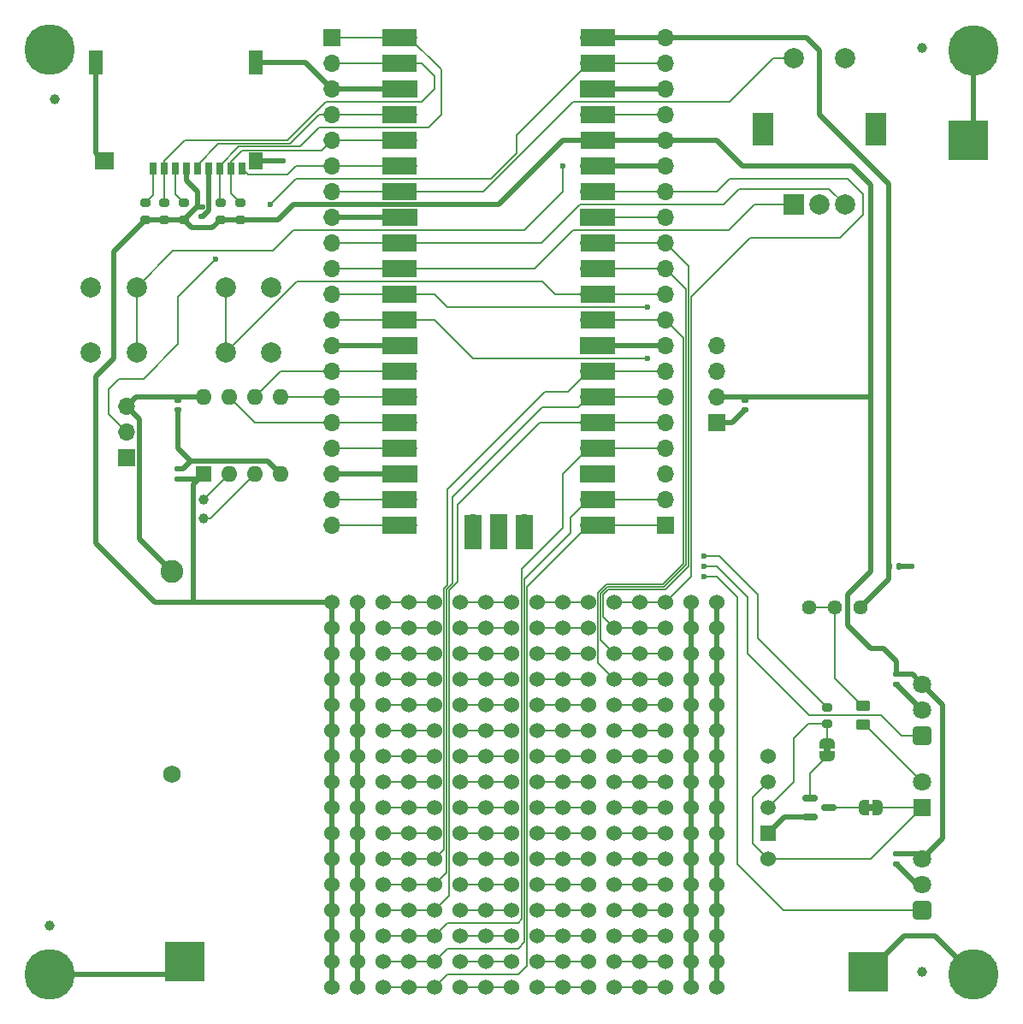
<source format=gtl>
G04 #@! TF.GenerationSoftware,KiCad,Pcbnew,(6.0.10)*
G04 #@! TF.CreationDate,2023-01-30T13:48:55-05:00*
G04 #@! TF.ProjectId,door_counter_circuit,646f6f72-5f63-46f7-956e-7465725f6369,rev?*
G04 #@! TF.SameCoordinates,Original*
G04 #@! TF.FileFunction,Copper,L1,Top*
G04 #@! TF.FilePolarity,Positive*
%FSLAX46Y46*%
G04 Gerber Fmt 4.6, Leading zero omitted, Abs format (unit mm)*
G04 Created by KiCad (PCBNEW (6.0.10)) date 2023-01-30 13:48:55*
%MOMM*%
%LPD*%
G01*
G04 APERTURE LIST*
G04 Aperture macros list*
%AMRoundRect*
0 Rectangle with rounded corners*
0 $1 Rounding radius*
0 $2 $3 $4 $5 $6 $7 $8 $9 X,Y pos of 4 corners*
0 Add a 4 corners polygon primitive as box body*
4,1,4,$2,$3,$4,$5,$6,$7,$8,$9,$2,$3,0*
0 Add four circle primitives for the rounded corners*
1,1,$1+$1,$2,$3*
1,1,$1+$1,$4,$5*
1,1,$1+$1,$6,$7*
1,1,$1+$1,$8,$9*
0 Add four rect primitives between the rounded corners*
20,1,$1+$1,$2,$3,$4,$5,0*
20,1,$1+$1,$4,$5,$6,$7,0*
20,1,$1+$1,$6,$7,$8,$9,0*
20,1,$1+$1,$8,$9,$2,$3,0*%
%AMFreePoly0*
4,1,22,0.500000,-0.750000,0.000000,-0.750000,0.000000,-0.745033,-0.079941,-0.743568,-0.215256,-0.701293,-0.333266,-0.622738,-0.424486,-0.514219,-0.481581,-0.384460,-0.499164,-0.250000,-0.500000,-0.250000,-0.500000,0.250000,-0.499164,0.250000,-0.499963,0.256109,-0.478152,0.396186,-0.417904,0.524511,-0.324060,0.630769,-0.204165,0.706417,-0.067858,0.745374,0.000000,0.744959,0.000000,0.750000,
0.500000,0.750000,0.500000,-0.750000,0.500000,-0.750000,$1*%
%AMFreePoly1*
4,1,20,0.000000,0.744959,0.073905,0.744508,0.209726,0.703889,0.328688,0.626782,0.421226,0.519385,0.479903,0.390333,0.500000,0.250000,0.500000,-0.250000,0.499851,-0.262216,0.476331,-0.402017,0.414519,-0.529596,0.319384,-0.634700,0.198574,-0.708877,0.061801,-0.746166,0.000000,-0.745033,0.000000,-0.750000,-0.500000,-0.750000,-0.500000,0.750000,0.000000,0.750000,0.000000,0.744959,
0.000000,0.744959,$1*%
G04 Aperture macros list end*
G04 #@! TA.AperFunction,SMDPad,CuDef*
%ADD10R,4.000000X4.000000*%
G04 #@! TD*
G04 #@! TA.AperFunction,SMDPad,CuDef*
%ADD11C,1.000000*%
G04 #@! TD*
G04 #@! TA.AperFunction,SMDPad,CuDef*
%ADD12RoundRect,0.250000X-0.450000X0.262500X-0.450000X-0.262500X0.450000X-0.262500X0.450000X0.262500X0*%
G04 #@! TD*
G04 #@! TA.AperFunction,SMDPad,CuDef*
%ADD13RoundRect,0.140000X-0.170000X0.140000X-0.170000X-0.140000X0.170000X-0.140000X0.170000X0.140000X0*%
G04 #@! TD*
G04 #@! TA.AperFunction,SMDPad,CuDef*
%ADD14R,0.700000X1.300000*%
G04 #@! TD*
G04 #@! TA.AperFunction,SMDPad,CuDef*
%ADD15R,1.447800X1.651000*%
G04 #@! TD*
G04 #@! TA.AperFunction,SMDPad,CuDef*
%ADD16R,1.447800X2.438400*%
G04 #@! TD*
G04 #@! TA.AperFunction,SMDPad,CuDef*
%ADD17R,1.854200X1.651000*%
G04 #@! TD*
G04 #@! TA.AperFunction,ComponentPad*
%ADD18C,2.250000*%
G04 #@! TD*
G04 #@! TA.AperFunction,ComponentPad*
%ADD19C,1.755000*%
G04 #@! TD*
G04 #@! TA.AperFunction,SMDPad,CuDef*
%ADD20RoundRect,0.140000X-0.140000X-0.170000X0.140000X-0.170000X0.140000X0.170000X-0.140000X0.170000X0*%
G04 #@! TD*
G04 #@! TA.AperFunction,SMDPad,CuDef*
%ADD21RoundRect,0.200000X0.275000X-0.200000X0.275000X0.200000X-0.275000X0.200000X-0.275000X-0.200000X0*%
G04 #@! TD*
G04 #@! TA.AperFunction,ComponentPad*
%ADD22C,5.000000*%
G04 #@! TD*
G04 #@! TA.AperFunction,ComponentPad*
%ADD23C,0.800000*%
G04 #@! TD*
G04 #@! TA.AperFunction,ComponentPad*
%ADD24RoundRect,0.248400X0.651600X-0.651600X0.651600X0.651600X-0.651600X0.651600X-0.651600X-0.651600X0*%
G04 #@! TD*
G04 #@! TA.AperFunction,ComponentPad*
%ADD25C,1.800000*%
G04 #@! TD*
G04 #@! TA.AperFunction,ComponentPad*
%ADD26C,2.000000*%
G04 #@! TD*
G04 #@! TA.AperFunction,ComponentPad*
%ADD27R,1.700000X1.700000*%
G04 #@! TD*
G04 #@! TA.AperFunction,ComponentPad*
%ADD28O,1.700000X1.700000*%
G04 #@! TD*
G04 #@! TA.AperFunction,ComponentPad*
%ADD29R,1.500000X1.500000*%
G04 #@! TD*
G04 #@! TA.AperFunction,ComponentPad*
%ADD30C,1.500000*%
G04 #@! TD*
G04 #@! TA.AperFunction,ComponentPad*
%ADD31C,1.524000*%
G04 #@! TD*
G04 #@! TA.AperFunction,SMDPad,CuDef*
%ADD32RoundRect,0.200000X-0.275000X0.200000X-0.275000X-0.200000X0.275000X-0.200000X0.275000X0.200000X0*%
G04 #@! TD*
G04 #@! TA.AperFunction,ComponentPad*
%ADD33C,1.000000*%
G04 #@! TD*
G04 #@! TA.AperFunction,SMDPad,CuDef*
%ADD34RoundRect,0.150000X-0.587500X-0.150000X0.587500X-0.150000X0.587500X0.150000X-0.587500X0.150000X0*%
G04 #@! TD*
G04 #@! TA.AperFunction,SMDPad,CuDef*
%ADD35FreePoly0,0.000000*%
G04 #@! TD*
G04 #@! TA.AperFunction,SMDPad,CuDef*
%ADD36FreePoly1,0.000000*%
G04 #@! TD*
G04 #@! TA.AperFunction,ComponentPad*
%ADD37R,1.600000X1.600000*%
G04 #@! TD*
G04 #@! TA.AperFunction,ComponentPad*
%ADD38O,1.600000X1.600000*%
G04 #@! TD*
G04 #@! TA.AperFunction,ComponentPad*
%ADD39R,1.800000X1.800000*%
G04 #@! TD*
G04 #@! TA.AperFunction,SMDPad,CuDef*
%ADD40R,3.500000X1.700000*%
G04 #@! TD*
G04 #@! TA.AperFunction,SMDPad,CuDef*
%ADD41R,1.700000X3.500000*%
G04 #@! TD*
G04 #@! TA.AperFunction,SMDPad,CuDef*
%ADD42FreePoly0,270.000000*%
G04 #@! TD*
G04 #@! TA.AperFunction,SMDPad,CuDef*
%ADD43FreePoly1,270.000000*%
G04 #@! TD*
G04 #@! TA.AperFunction,ComponentPad*
%ADD44C,1.440000*%
G04 #@! TD*
G04 #@! TA.AperFunction,ComponentPad*
%ADD45R,2.000000X2.000000*%
G04 #@! TD*
G04 #@! TA.AperFunction,ComponentPad*
%ADD46R,2.000000X3.200000*%
G04 #@! TD*
G04 #@! TA.AperFunction,ViaPad*
%ADD47C,0.600000*%
G04 #@! TD*
G04 #@! TA.AperFunction,Conductor*
%ADD48C,0.127000*%
G04 #@! TD*
G04 #@! TA.AperFunction,Conductor*
%ADD49C,0.508000*%
G04 #@! TD*
G04 APERTURE END LIST*
G36*
X157730000Y-129840000D02*
G01*
X157230000Y-129840000D01*
X157230000Y-129240000D01*
X157730000Y-129240000D01*
X157730000Y-129840000D01*
G37*
G36*
X153462000Y-124060000D02*
G01*
X152862000Y-124060000D01*
X152862000Y-123560000D01*
X153462000Y-123560000D01*
X153462000Y-124060000D01*
G37*
D10*
X89580000Y-144780000D03*
X157226000Y-145796000D03*
X167132000Y-63500000D03*
D11*
X162560000Y-145796000D03*
X162560000Y-54356000D03*
X76200000Y-141224000D03*
X76708000Y-59436000D03*
D12*
X156718000Y-119483500D03*
X156718000Y-121308500D03*
D13*
X91276000Y-70117492D03*
X91276000Y-71077492D03*
D14*
X86416200Y-66284800D03*
X87516200Y-66284800D03*
X88616200Y-66284800D03*
X89716200Y-66284800D03*
X90816200Y-66284800D03*
X91916200Y-66284800D03*
X93016200Y-66284800D03*
X94116200Y-66284800D03*
X95216200Y-66284800D03*
D15*
X96634600Y-65511000D03*
D16*
X96634600Y-55811000D03*
X80809800Y-55811000D03*
D17*
X81584800Y-65511000D03*
D18*
X88265000Y-106205000D03*
D19*
X88265000Y-126205000D03*
D13*
X160020000Y-134140000D03*
X160020000Y-135100000D03*
D20*
X159314000Y-105664000D03*
X160274000Y-105664000D03*
D21*
X89471000Y-71366000D03*
X89471000Y-69716000D03*
D22*
X167640000Y-54610000D03*
D23*
X169515000Y-54610000D03*
X165765000Y-54610000D03*
X166314175Y-55935825D03*
X167640000Y-52735000D03*
X168965825Y-53284175D03*
X166314175Y-53284175D03*
X168965825Y-55935825D03*
X167640000Y-56485000D03*
X167640000Y-144175000D03*
X166314175Y-144724175D03*
X168965825Y-147375825D03*
X165765000Y-146050000D03*
D22*
X167640000Y-146050000D03*
D23*
X166314175Y-147375825D03*
X167640000Y-147925000D03*
X168965825Y-144724175D03*
X169515000Y-146050000D03*
D21*
X87566000Y-71366000D03*
X87566000Y-69716000D03*
D24*
X162560000Y-122400000D03*
D25*
X162560000Y-119860000D03*
X162560000Y-117320000D03*
D13*
X88900000Y-96040000D03*
X88900000Y-97000000D03*
D26*
X93635000Y-84530000D03*
X93635000Y-78030000D03*
X98135000Y-78030000D03*
X98135000Y-84530000D03*
D27*
X83820000Y-94942500D03*
D28*
X83820000Y-92402500D03*
X83820000Y-89862500D03*
D27*
X104140000Y-53340000D03*
D28*
X104140000Y-55880000D03*
X104140000Y-58420000D03*
X104140000Y-60960000D03*
X104140000Y-63500000D03*
X104140000Y-66040000D03*
X104140000Y-68580000D03*
X104140000Y-71120000D03*
X104140000Y-73660000D03*
X104140000Y-76200000D03*
X104140000Y-78740000D03*
X104140000Y-81280000D03*
X104140000Y-83820000D03*
X104140000Y-86360000D03*
X104140000Y-88900000D03*
X104140000Y-91440000D03*
X104140000Y-93980000D03*
X104140000Y-96520000D03*
X104140000Y-99060000D03*
X104140000Y-101600000D03*
D29*
X147320000Y-132080000D03*
D30*
X147320000Y-129540000D03*
X147320000Y-127000000D03*
D31*
X147320000Y-124460000D03*
X147320000Y-134620000D03*
D13*
X88900000Y-89210000D03*
X88900000Y-90170000D03*
D27*
X137160000Y-101600000D03*
D28*
X137160000Y-99060000D03*
X137160000Y-96520000D03*
X137160000Y-93980000D03*
X137160000Y-91440000D03*
X137160000Y-88900000D03*
X137160000Y-86360000D03*
X137160000Y-83820000D03*
X137160000Y-81280000D03*
X137160000Y-78740000D03*
X137160000Y-76200000D03*
X137160000Y-73660000D03*
X137160000Y-71120000D03*
X137160000Y-68580000D03*
X137160000Y-66040000D03*
X137160000Y-63500000D03*
X137160000Y-60960000D03*
X137160000Y-58420000D03*
X137160000Y-55880000D03*
X137160000Y-53340000D03*
D22*
X76200000Y-146050000D03*
D23*
X74874175Y-144724175D03*
X78075000Y-146050000D03*
X74874175Y-147375825D03*
X74325000Y-146050000D03*
X77525825Y-144724175D03*
X76200000Y-144175000D03*
X77525825Y-147375825D03*
X76200000Y-147925000D03*
D32*
X153162000Y-119634000D03*
X153162000Y-121284000D03*
D33*
X91440000Y-100960000D03*
X91440000Y-99060000D03*
D31*
X104140000Y-147320000D03*
X106680000Y-147320000D03*
X109220000Y-147320000D03*
X111760000Y-147320000D03*
X114300000Y-147320000D03*
X116840000Y-147320000D03*
X119380000Y-147320000D03*
X121920000Y-147320000D03*
X124460000Y-147320000D03*
X127000000Y-147320000D03*
X129540000Y-147320000D03*
X132080000Y-147320000D03*
X134620000Y-147320000D03*
X137160000Y-147320000D03*
X139700000Y-147320000D03*
X142240000Y-147320000D03*
X104140000Y-144780000D03*
X106680000Y-144780000D03*
X109220000Y-144780000D03*
X111760000Y-144780000D03*
X114300000Y-144780000D03*
X116840000Y-144780000D03*
X119380000Y-144780000D03*
X121920000Y-144780000D03*
X124460000Y-144780000D03*
X127000000Y-144780000D03*
X129540000Y-144780000D03*
X132080000Y-144780000D03*
X134620000Y-144780000D03*
X137160000Y-144780000D03*
X139700000Y-144780000D03*
X142240000Y-144780000D03*
X104140000Y-142240000D03*
X106680000Y-142240000D03*
X109220000Y-142240000D03*
X111760000Y-142240000D03*
X114300000Y-142240000D03*
X116840000Y-142240000D03*
X119380000Y-142240000D03*
X121920000Y-142240000D03*
X124460000Y-142240000D03*
X127000000Y-142240000D03*
X129540000Y-142240000D03*
X132080000Y-142240000D03*
X134620000Y-142240000D03*
X137160000Y-142240000D03*
X139700000Y-142240000D03*
X142240000Y-142240000D03*
X104140000Y-139700000D03*
X106680000Y-139700000D03*
X109220000Y-139700000D03*
X111760000Y-139700000D03*
X114300000Y-139700000D03*
X116840000Y-139700000D03*
X119380000Y-139700000D03*
X121920000Y-139700000D03*
X124460000Y-139700000D03*
X127000000Y-139700000D03*
X129540000Y-139700000D03*
X132080000Y-139700000D03*
X134620000Y-139700000D03*
X137160000Y-139700000D03*
X139700000Y-139700000D03*
X142240000Y-139700000D03*
X104140000Y-137160000D03*
X106680000Y-137160000D03*
X109220000Y-137160000D03*
X111760000Y-137160000D03*
X114300000Y-137160000D03*
X116840000Y-137160000D03*
X119380000Y-137160000D03*
X121920000Y-137160000D03*
X124460000Y-137160000D03*
X127000000Y-137160000D03*
X129540000Y-137160000D03*
X132080000Y-137160000D03*
X134620000Y-137160000D03*
X137160000Y-137160000D03*
X139700000Y-137160000D03*
X142240000Y-137160000D03*
X104140000Y-134620000D03*
X106680000Y-134620000D03*
X109220000Y-134620000D03*
X111760000Y-134620000D03*
X114300000Y-134620000D03*
X116840000Y-134620000D03*
X119380000Y-134620000D03*
X121920000Y-134620000D03*
X124460000Y-134620000D03*
X127000000Y-134620000D03*
X129540000Y-134620000D03*
X132080000Y-134620000D03*
X134620000Y-134620000D03*
X137160000Y-134620000D03*
X139700000Y-134620000D03*
X142240000Y-134620000D03*
X104140000Y-132080000D03*
X106680000Y-132080000D03*
X109220000Y-132080000D03*
X111760000Y-132080000D03*
X114300000Y-132080000D03*
X116840000Y-132080000D03*
X119380000Y-132080000D03*
X121920000Y-132080000D03*
X124460000Y-132080000D03*
X127000000Y-132080000D03*
X129540000Y-132080000D03*
X132080000Y-132080000D03*
X134620000Y-132080000D03*
X137160000Y-132080000D03*
X139700000Y-132080000D03*
X142240000Y-132080000D03*
X104140000Y-129540000D03*
X106680000Y-129540000D03*
X109220000Y-129540000D03*
X111760000Y-129540000D03*
X114300000Y-129540000D03*
X116840000Y-129540000D03*
X119380000Y-129540000D03*
X121920000Y-129540000D03*
X124460000Y-129540000D03*
X127000000Y-129540000D03*
X129540000Y-129540000D03*
X132080000Y-129540000D03*
X134620000Y-129540000D03*
X137160000Y-129540000D03*
X139700000Y-129540000D03*
X142240000Y-129540000D03*
X104140000Y-127000000D03*
X106680000Y-127000000D03*
X109220000Y-127000000D03*
X111760000Y-127000000D03*
X114300000Y-127000000D03*
X116840000Y-127000000D03*
X119380000Y-127000000D03*
X121920000Y-127000000D03*
X124460000Y-127000000D03*
X127000000Y-127000000D03*
X129540000Y-127000000D03*
X132080000Y-127000000D03*
X134620000Y-127000000D03*
X137160000Y-127000000D03*
X139700000Y-127000000D03*
X142240000Y-127000000D03*
X104140000Y-124460000D03*
X106680000Y-124460000D03*
X109220000Y-124460000D03*
X111760000Y-124460000D03*
X114300000Y-124460000D03*
X116840000Y-124460000D03*
X119380000Y-124460000D03*
X121920000Y-124460000D03*
X124460000Y-124460000D03*
X127000000Y-124460000D03*
X129540000Y-124460000D03*
X132080000Y-124460000D03*
X134620000Y-124460000D03*
X137160000Y-124460000D03*
X139700000Y-124460000D03*
X142240000Y-124460000D03*
X104140000Y-121920000D03*
X106680000Y-121920000D03*
X109220000Y-121920000D03*
X111760000Y-121920000D03*
X114300000Y-121920000D03*
X116840000Y-121920000D03*
X119380000Y-121920000D03*
X121920000Y-121920000D03*
X124460000Y-121920000D03*
X127000000Y-121920000D03*
X129540000Y-121920000D03*
X132080000Y-121920000D03*
X134620000Y-121920000D03*
X137160000Y-121920000D03*
X139700000Y-121920000D03*
X142240000Y-121920000D03*
X104140000Y-119380000D03*
X106680000Y-119380000D03*
X109220000Y-119380000D03*
X111760000Y-119380000D03*
X114300000Y-119380000D03*
X116840000Y-119380000D03*
X119380000Y-119380000D03*
X121920000Y-119380000D03*
X124460000Y-119380000D03*
X127000000Y-119380000D03*
X129540000Y-119380000D03*
X132080000Y-119380000D03*
X134620000Y-119380000D03*
X137160000Y-119380000D03*
X139700000Y-119380000D03*
X142240000Y-119380000D03*
X104140000Y-116840000D03*
X106680000Y-116840000D03*
X109220000Y-116840000D03*
X111760000Y-116840000D03*
X114300000Y-116840000D03*
X116840000Y-116840000D03*
X119380000Y-116840000D03*
X121920000Y-116840000D03*
X124460000Y-116840000D03*
X127000000Y-116840000D03*
X129540000Y-116840000D03*
X132080000Y-116840000D03*
X134620000Y-116840000D03*
X137160000Y-116840000D03*
X139700000Y-116840000D03*
X142240000Y-116840000D03*
X104140000Y-114300000D03*
X106680000Y-114300000D03*
X109220000Y-114300000D03*
X111760000Y-114300000D03*
X114300000Y-114300000D03*
X116840000Y-114300000D03*
X119380000Y-114300000D03*
X121920000Y-114300000D03*
X124460000Y-114300000D03*
X127000000Y-114300000D03*
X129540000Y-114300000D03*
X132080000Y-114300000D03*
X134620000Y-114300000D03*
X137160000Y-114300000D03*
X139700000Y-114300000D03*
X142240000Y-114300000D03*
X104140000Y-111760000D03*
X106680000Y-111760000D03*
X109220000Y-111760000D03*
X111760000Y-111760000D03*
X114300000Y-111760000D03*
X116840000Y-111760000D03*
X119380000Y-111760000D03*
X121920000Y-111760000D03*
X124460000Y-111760000D03*
X127000000Y-111760000D03*
X129540000Y-111760000D03*
X132080000Y-111760000D03*
X134620000Y-111760000D03*
X137160000Y-111760000D03*
X139700000Y-111760000D03*
X142240000Y-111760000D03*
X104140000Y-109220000D03*
X106680000Y-109220000D03*
X109220000Y-109220000D03*
X111760000Y-109220000D03*
X114300000Y-109220000D03*
X116840000Y-109220000D03*
X119380000Y-109220000D03*
X121920000Y-109220000D03*
X124460000Y-109220000D03*
X127000000Y-109220000D03*
X129540000Y-109220000D03*
X132080000Y-109220000D03*
X134620000Y-109220000D03*
X137160000Y-109220000D03*
X139700000Y-109220000D03*
X142240000Y-109220000D03*
D13*
X145034000Y-89199672D03*
X145034000Y-90159672D03*
D34*
X153337500Y-129540000D03*
X151462500Y-130490000D03*
X151462500Y-128590000D03*
D28*
X142240000Y-83820000D03*
X142240000Y-86360000D03*
X142240000Y-88900000D03*
D27*
X142240000Y-91440000D03*
D35*
X156830000Y-129540000D03*
D36*
X158130000Y-129540000D03*
D37*
X91440000Y-96520000D03*
D38*
X93980000Y-96520000D03*
X96520000Y-96520000D03*
X99060000Y-96520000D03*
X99060000Y-88900000D03*
X96520000Y-88900000D03*
X93980000Y-88900000D03*
X91440000Y-88900000D03*
D23*
X76200000Y-56429175D03*
D22*
X76200000Y-54554175D03*
D23*
X76200000Y-52679175D03*
X74325000Y-54554175D03*
X77525825Y-55880000D03*
X74874175Y-55880000D03*
X78075000Y-54554175D03*
X77525825Y-53228350D03*
X74874175Y-53228350D03*
D24*
X162560000Y-139700000D03*
D25*
X162560000Y-137160000D03*
X162560000Y-134620000D03*
D39*
X162560000Y-129540000D03*
D25*
X162560000Y-127000000D03*
D13*
X160020000Y-116360000D03*
X160020000Y-117320000D03*
D40*
X110860000Y-53340000D03*
D28*
X111760000Y-53340000D03*
X111760000Y-55880000D03*
D40*
X110860000Y-55880000D03*
D27*
X111760000Y-58420000D03*
D40*
X110860000Y-58420000D03*
X110860000Y-60960000D03*
D28*
X111760000Y-60960000D03*
X111760000Y-63500000D03*
D40*
X110860000Y-63500000D03*
D28*
X111760000Y-66040000D03*
D40*
X110860000Y-66040000D03*
D28*
X111760000Y-68580000D03*
D40*
X110860000Y-68580000D03*
X110860000Y-71120000D03*
D27*
X111760000Y-71120000D03*
D28*
X111760000Y-73660000D03*
D40*
X110860000Y-73660000D03*
X110860000Y-76200000D03*
D28*
X111760000Y-76200000D03*
X111760000Y-78740000D03*
D40*
X110860000Y-78740000D03*
D28*
X111760000Y-81280000D03*
D40*
X110860000Y-81280000D03*
X110860000Y-83820000D03*
D27*
X111760000Y-83820000D03*
D40*
X110860000Y-86360000D03*
D28*
X111760000Y-86360000D03*
X111760000Y-88900000D03*
D40*
X110860000Y-88900000D03*
D28*
X111760000Y-91440000D03*
D40*
X110860000Y-91440000D03*
D28*
X111760000Y-93980000D03*
D40*
X110860000Y-93980000D03*
X110860000Y-96520000D03*
D27*
X111760000Y-96520000D03*
D40*
X110860000Y-99060000D03*
D28*
X111760000Y-99060000D03*
D40*
X110860000Y-101600000D03*
D28*
X111760000Y-101600000D03*
D40*
X130440000Y-101600000D03*
D28*
X129540000Y-101600000D03*
X129540000Y-99060000D03*
D40*
X130440000Y-99060000D03*
X130440000Y-96520000D03*
D27*
X129540000Y-96520000D03*
D28*
X129540000Y-93980000D03*
D40*
X130440000Y-93980000D03*
D28*
X129540000Y-91440000D03*
D40*
X130440000Y-91440000D03*
D28*
X129540000Y-88900000D03*
D40*
X130440000Y-88900000D03*
D28*
X129540000Y-86360000D03*
D40*
X130440000Y-86360000D03*
X130440000Y-83820000D03*
D27*
X129540000Y-83820000D03*
D40*
X130440000Y-81280000D03*
D28*
X129540000Y-81280000D03*
D40*
X130440000Y-78740000D03*
D28*
X129540000Y-78740000D03*
D40*
X130440000Y-76200000D03*
D28*
X129540000Y-76200000D03*
X129540000Y-73660000D03*
D40*
X130440000Y-73660000D03*
D27*
X129540000Y-71120000D03*
D40*
X130440000Y-71120000D03*
D28*
X129540000Y-68580000D03*
D40*
X130440000Y-68580000D03*
X130440000Y-66040000D03*
D28*
X129540000Y-66040000D03*
X129540000Y-63500000D03*
D40*
X130440000Y-63500000D03*
X130440000Y-60960000D03*
D28*
X129540000Y-60960000D03*
D27*
X129540000Y-58420000D03*
D40*
X130440000Y-58420000D03*
X130440000Y-55880000D03*
D28*
X129540000Y-55880000D03*
X129540000Y-53340000D03*
D40*
X130440000Y-53340000D03*
D41*
X118110000Y-102270000D03*
D28*
X118110000Y-101370000D03*
D27*
X120650000Y-101370000D03*
D41*
X120650000Y-102270000D03*
D28*
X123190000Y-101370000D03*
D41*
X123190000Y-102270000D03*
D21*
X95106000Y-71366000D03*
X95106000Y-69716000D03*
D42*
X153162000Y-123160000D03*
D43*
X153162000Y-124460000D03*
D21*
X93091000Y-71366000D03*
X93091000Y-69716000D03*
D44*
X156464000Y-109728000D03*
X153924000Y-109728000D03*
X151384000Y-109728000D03*
D45*
X149900000Y-69865000D03*
D26*
X154900000Y-69865000D03*
X152400000Y-69865000D03*
D46*
X158000000Y-62365000D03*
X146800000Y-62365000D03*
D26*
X154900000Y-55365000D03*
X149900000Y-55365000D03*
D21*
X85661000Y-71366000D03*
X85661000Y-69716000D03*
D26*
X84800000Y-84530000D03*
X84800000Y-78030000D03*
X80300000Y-84530000D03*
X80300000Y-78030000D03*
D47*
X140970000Y-104648000D03*
X127000000Y-66040000D03*
X161544000Y-105664000D03*
X99314000Y-65532000D03*
X91948000Y-68580000D03*
X80809800Y-61430200D03*
X135382000Y-80010000D03*
X135382000Y-85090000D03*
X140970000Y-105664000D03*
X140970000Y-106680000D03*
X98044000Y-69850000D03*
X92583000Y-75311000D03*
D48*
X125222000Y-88392000D02*
X127508000Y-88392000D01*
X127508000Y-88392000D02*
X129540000Y-86360000D01*
X115252500Y-107846660D02*
X115570000Y-107529160D01*
X115252500Y-133667500D02*
X115252500Y-107846660D01*
X115570000Y-107529160D02*
X115570000Y-98044000D01*
X115570000Y-98044000D02*
X125222000Y-88392000D01*
X114300000Y-134620000D02*
X115252500Y-133667500D01*
X128524000Y-89916000D02*
X129540000Y-88900000D01*
X116078000Y-107380370D02*
X116078000Y-98806000D01*
X116078000Y-98806000D02*
X124968000Y-89916000D01*
X115506500Y-107951870D02*
X116078000Y-107380370D01*
X124968000Y-89916000D02*
X128524000Y-89916000D01*
X115506500Y-135953500D02*
X115506500Y-107951870D01*
X114300000Y-137160000D02*
X115506500Y-135953500D01*
X116586000Y-107231580D02*
X116586000Y-99568000D01*
X116586000Y-99568000D02*
X124714000Y-91440000D01*
X124714000Y-91440000D02*
X129540000Y-91440000D01*
X115760500Y-108057080D02*
X116586000Y-107231580D01*
X115760500Y-138239500D02*
X115760500Y-108057080D01*
X114300000Y-139700000D02*
X115760500Y-138239500D01*
X146304000Y-112776000D02*
X153162000Y-119634000D01*
X140970000Y-104648000D02*
X142494000Y-104648000D01*
X142494000Y-104648000D02*
X146304000Y-108458000D01*
X146304000Y-108458000D02*
X146304000Y-112776000D01*
X160500000Y-122400000D02*
X162560000Y-122400000D01*
X158496000Y-120396000D02*
X160500000Y-122400000D01*
X151384000Y-120396000D02*
X158496000Y-120396000D01*
X142240000Y-105664000D02*
X145288000Y-108712000D01*
X145288000Y-108712000D02*
X145288000Y-114300000D01*
X140970000Y-105664000D02*
X142240000Y-105664000D01*
X145288000Y-114300000D02*
X151384000Y-120396000D01*
X85471000Y-87122000D02*
X83058000Y-87122000D01*
X129540000Y-73660000D02*
X137160000Y-73660000D01*
X135382000Y-85090000D02*
X118110000Y-85090000D01*
X118110000Y-85090000D02*
X114300000Y-81280000D01*
X114300000Y-81280000D02*
X104140000Y-81280000D01*
X114300000Y-78740000D02*
X104140000Y-78740000D01*
X135382000Y-80010000D02*
X115570000Y-80010000D01*
X115570000Y-80010000D02*
X114300000Y-78740000D01*
D49*
X88310000Y-146050000D02*
X89580000Y-144780000D01*
X76200000Y-146050000D02*
X88310000Y-146050000D01*
X163830000Y-142240000D02*
X167640000Y-146050000D01*
X157226000Y-145796000D02*
X160782000Y-142240000D01*
X160782000Y-142240000D02*
X163830000Y-142240000D01*
X167640000Y-62992000D02*
X167132000Y-63500000D01*
X167640000Y-54610000D02*
X167640000Y-62992000D01*
D48*
X88408000Y-74422000D02*
X84800000Y-78030000D01*
X98298000Y-74422000D02*
X88408000Y-74422000D01*
X100330000Y-72390000D02*
X98298000Y-74422000D01*
X127000000Y-66040000D02*
X127000000Y-68580000D01*
X123190000Y-72390000D02*
X100330000Y-72390000D01*
X127000000Y-68580000D02*
X123190000Y-72390000D01*
D49*
X127000000Y-63500000D02*
X129540000Y-63500000D01*
X120650000Y-69850000D02*
X127000000Y-63500000D01*
X98814000Y-71366000D02*
X100330000Y-69850000D01*
X100330000Y-69850000D02*
X120650000Y-69850000D01*
X95106000Y-71366000D02*
X98814000Y-71366000D01*
D48*
X127000000Y-101854000D02*
X127000000Y-96520000D01*
X122936000Y-105918000D02*
X127000000Y-101854000D01*
X127000000Y-96520000D02*
X129540000Y-93980000D01*
X122555000Y-140970000D02*
X122936000Y-140589000D01*
X115570000Y-140970000D02*
X122555000Y-140970000D01*
X122936000Y-140589000D02*
X122936000Y-105918000D01*
X114300000Y-142240000D02*
X115570000Y-140970000D01*
X127762000Y-102362000D02*
X127762000Y-100838000D01*
X123190000Y-106934000D02*
X127762000Y-102362000D01*
X123190000Y-142875000D02*
X123190000Y-106934000D01*
X115570000Y-143510000D02*
X122555000Y-143510000D01*
X122555000Y-143510000D02*
X123190000Y-142875000D01*
X114300000Y-144780000D02*
X115570000Y-143510000D01*
X127762000Y-100838000D02*
X129540000Y-99060000D01*
X144272000Y-135128000D02*
X148844000Y-139700000D01*
X142240000Y-106680000D02*
X144272000Y-108712000D01*
X144272000Y-108712000D02*
X144272000Y-135128000D01*
X140970000Y-106680000D02*
X142240000Y-106680000D01*
X148844000Y-139700000D02*
X162560000Y-139700000D01*
D49*
X142240000Y-63500000D02*
X137160000Y-63500000D01*
X144780000Y-66040000D02*
X142240000Y-63500000D01*
X155575000Y-66040000D02*
X144780000Y-66040000D01*
X157480000Y-67945000D02*
X155575000Y-66040000D01*
X157480000Y-88900000D02*
X157480000Y-67945000D01*
D48*
X142240000Y-68580000D02*
X132080000Y-68580000D01*
X143510000Y-67310000D02*
X142240000Y-68580000D01*
X155194000Y-67310000D02*
X143510000Y-67310000D01*
X156718000Y-70866000D02*
X156718000Y-68834000D01*
X156718000Y-68834000D02*
X155194000Y-67310000D01*
X139700000Y-78994000D02*
X145542000Y-73152000D01*
X145542000Y-73152000D02*
X154432000Y-73152000D01*
X154432000Y-73152000D02*
X156718000Y-70866000D01*
X137160000Y-109220000D02*
X139700000Y-106680000D01*
X139700000Y-106680000D02*
X139700000Y-78994000D01*
X131528420Y-107950000D02*
X131000500Y-108477920D01*
X131000500Y-110680500D02*
X132080000Y-111760000D01*
X139446000Y-105664000D02*
X137160000Y-107950000D01*
X139446000Y-75946000D02*
X139446000Y-105664000D01*
X137160000Y-107950000D02*
X131528420Y-107950000D01*
X137160000Y-73660000D02*
X139446000Y-75946000D01*
X131000500Y-108477920D02*
X131000500Y-110680500D01*
X137011210Y-107696000D02*
X139192000Y-105515210D01*
X131423210Y-107696000D02*
X137011210Y-107696000D01*
X130746500Y-112966500D02*
X130746500Y-108372710D01*
X139192000Y-78232000D02*
X137160000Y-76200000D01*
X132080000Y-114300000D02*
X130746500Y-112966500D01*
X130746500Y-108372710D02*
X131423210Y-107696000D01*
X139192000Y-105515210D02*
X139192000Y-78232000D01*
X130492500Y-108267500D02*
X130492500Y-115252500D01*
X131318000Y-107442000D02*
X130492500Y-108267500D01*
X136906000Y-107442000D02*
X131318000Y-107442000D01*
X138938000Y-105410000D02*
X136906000Y-107442000D01*
X130492500Y-115252500D02*
X132080000Y-116840000D01*
X138938000Y-83058000D02*
X138938000Y-105410000D01*
X137160000Y-81280000D02*
X138938000Y-83058000D01*
D49*
X143753672Y-91440000D02*
X145034000Y-90159672D01*
X142240000Y-91440000D02*
X143753672Y-91440000D01*
X157480000Y-88900000D02*
X142240000Y-88900000D01*
D48*
X137160000Y-76200000D02*
X129540000Y-76200000D01*
X129540000Y-81280000D02*
X137160000Y-81280000D01*
X137160000Y-60960000D02*
X129540000Y-60960000D01*
D49*
X159258000Y-67818000D02*
X159258000Y-106934000D01*
X152400000Y-54610000D02*
X152400000Y-60960000D01*
X151130000Y-53340000D02*
X152400000Y-54610000D01*
X152400000Y-60960000D02*
X159258000Y-67818000D01*
X159258000Y-106934000D02*
X156464000Y-109728000D01*
X132080000Y-53340000D02*
X151130000Y-53340000D01*
X129540000Y-58420000D02*
X137160000Y-58420000D01*
X129540000Y-66040000D02*
X137160000Y-66040000D01*
X137160000Y-63500000D02*
X129540000Y-63500000D01*
D48*
X143510000Y-59690000D02*
X147835000Y-55365000D01*
X128016000Y-59690000D02*
X143510000Y-59690000D01*
X119126000Y-68580000D02*
X128016000Y-59690000D01*
X104140000Y-68580000D02*
X119126000Y-68580000D01*
X147835000Y-55365000D02*
X149900000Y-55365000D01*
X119888000Y-67310000D02*
X122428000Y-64770000D01*
X122428000Y-64770000D02*
X122428000Y-62992000D01*
X100584000Y-67310000D02*
X119888000Y-67310000D01*
X122428000Y-62992000D02*
X129540000Y-55880000D01*
X98044000Y-69850000D02*
X100584000Y-67310000D01*
X129540000Y-55880000D02*
X137160000Y-55880000D01*
X128016000Y-72390000D02*
X143446500Y-72390000D01*
X124206000Y-76200000D02*
X128016000Y-72390000D01*
X111760000Y-76200000D02*
X124206000Y-76200000D01*
X104140000Y-76200000D02*
X111760000Y-76200000D01*
X129540000Y-71120000D02*
X137160000Y-71120000D01*
X128729000Y-69850000D02*
X142875000Y-69850000D01*
X124919000Y-73660000D02*
X128729000Y-69850000D01*
X111760000Y-73660000D02*
X124919000Y-73660000D01*
X104140000Y-73660000D02*
X111760000Y-73660000D01*
X129540000Y-78740000D02*
X137160000Y-78740000D01*
X126238000Y-78740000D02*
X129540000Y-78740000D01*
X124968000Y-77470000D02*
X126238000Y-78740000D01*
X124968000Y-77470000D02*
X100695000Y-77470000D01*
D49*
X129540000Y-83820000D02*
X137160000Y-83820000D01*
D48*
X129540000Y-86360000D02*
X137160000Y-86360000D01*
X129540000Y-88900000D02*
X137160000Y-88900000D01*
X129540000Y-91440000D02*
X137160000Y-91440000D01*
X129540000Y-101600000D02*
X137160000Y-101600000D01*
X123444000Y-145199520D02*
X123444000Y-107696000D01*
X123444000Y-107696000D02*
X129540000Y-101600000D01*
X129540000Y-99060000D02*
X137160000Y-99060000D01*
X129540000Y-93980000D02*
X137160000Y-93980000D01*
X115570000Y-146050000D02*
X122593520Y-146050000D01*
X122593520Y-146050000D02*
X123444000Y-145199520D01*
X114300000Y-147320000D02*
X115570000Y-146050000D01*
X94885000Y-64135000D02*
X93016200Y-66003800D01*
X93016200Y-66003800D02*
X93016200Y-66284800D01*
X100965000Y-64135000D02*
X94885000Y-64135000D01*
X102870000Y-62230000D02*
X100965000Y-64135000D01*
X114935000Y-60960000D02*
X113665000Y-62230000D01*
X114935000Y-56515000D02*
X114935000Y-60960000D01*
X111760000Y-53340000D02*
X114935000Y-56515000D01*
X113665000Y-62230000D02*
X102870000Y-62230000D01*
X111760000Y-53340000D02*
X104140000Y-53340000D01*
X111760000Y-55880000D02*
X104140000Y-55880000D01*
X114300000Y-58420000D02*
X114300000Y-57150000D01*
X113030000Y-59690000D02*
X114300000Y-58420000D01*
X114300000Y-57150000D02*
X113030000Y-55880000D01*
X103505000Y-59690000D02*
X113030000Y-59690000D01*
X113030000Y-55880000D02*
X111760000Y-55880000D01*
D49*
X104140000Y-58420000D02*
X111760000Y-58420000D01*
D48*
X104140000Y-60960000D02*
X111760000Y-60960000D01*
X104140000Y-63500000D02*
X111760000Y-63500000D01*
X104140000Y-66040000D02*
X111760000Y-66040000D01*
D49*
X104140000Y-71120000D02*
X111760000Y-71120000D01*
X104140000Y-83820000D02*
X111760000Y-83820000D01*
D48*
X104140000Y-86360000D02*
X111760000Y-86360000D01*
X104140000Y-88900000D02*
X111760000Y-88900000D01*
X104140000Y-91440000D02*
X111760000Y-91440000D01*
X104140000Y-93980000D02*
X111760000Y-93980000D01*
D49*
X104140000Y-96520000D02*
X111760000Y-96520000D01*
D48*
X104140000Y-99060000D02*
X111760000Y-99060000D01*
X104140000Y-101600000D02*
X111760000Y-101600000D01*
D49*
X82550000Y-85090000D02*
X82550000Y-74477000D01*
X104140000Y-109220000D02*
X90424000Y-109220000D01*
X162560000Y-117320000D02*
X161600000Y-116360000D01*
X89471000Y-71366000D02*
X90719508Y-70117492D01*
X82550000Y-74477000D02*
X85661000Y-71366000D01*
X85661000Y-71366000D02*
X89471000Y-71366000D01*
X88900000Y-97000000D02*
X90960000Y-97000000D01*
X164592000Y-132588000D02*
X164592000Y-119352000D01*
X91440000Y-96520000D02*
X90424000Y-97536000D01*
X90241000Y-72136000D02*
X89471000Y-71366000D01*
X90805000Y-68580000D02*
X90805000Y-70032000D01*
X80772000Y-103378000D02*
X80772000Y-86868000D01*
X90719508Y-70117492D02*
X91276000Y-70117492D01*
X86614000Y-109220000D02*
X80772000Y-103378000D01*
X90805000Y-70032000D02*
X90719508Y-70117492D01*
X155194000Y-108458000D02*
X157480000Y-106172000D01*
X104140000Y-147320000D02*
X104140000Y-109220000D01*
X90424000Y-97536000D02*
X90424000Y-109220000D01*
X89716200Y-67491200D02*
X90805000Y-68580000D01*
X93091000Y-71366000D02*
X92321000Y-72136000D01*
X158750000Y-113792000D02*
X157480000Y-113792000D01*
X164592000Y-119352000D02*
X162560000Y-117320000D01*
X162560000Y-134620000D02*
X164592000Y-132588000D01*
X93091000Y-71366000D02*
X95106000Y-71366000D01*
X157480000Y-106172000D02*
X157480000Y-88900000D01*
X155194000Y-111506000D02*
X155194000Y-108458000D01*
X162080000Y-134140000D02*
X160020000Y-134140000D01*
X160020000Y-116360000D02*
X160020000Y-115062000D01*
X161600000Y-116360000D02*
X160020000Y-116360000D01*
X160020000Y-115062000D02*
X158750000Y-113792000D01*
X90960000Y-97000000D02*
X91440000Y-96520000D01*
X89716200Y-66284800D02*
X89716200Y-67491200D01*
X162560000Y-134620000D02*
X162080000Y-134140000D01*
X90424000Y-109220000D02*
X86614000Y-109220000D01*
X92321000Y-72136000D02*
X90241000Y-72136000D01*
X80772000Y-86868000D02*
X82550000Y-85090000D01*
X157480000Y-113792000D02*
X155194000Y-111506000D01*
X89380000Y-96040000D02*
X90170000Y-95250000D01*
X96634600Y-55811000D02*
X101531000Y-55811000D01*
X101531000Y-55811000D02*
X104140000Y-58420000D01*
X91967000Y-68599000D02*
X91948000Y-68580000D01*
X99293000Y-65511000D02*
X99314000Y-65532000D01*
X162560000Y-119860000D02*
X160020000Y-117320000D01*
X88900000Y-90424000D02*
X88900000Y-93980000D01*
X162080000Y-137160000D02*
X160020000Y-135100000D01*
X160274000Y-105664000D02*
X161544000Y-105664000D01*
X91967000Y-70473297D02*
X91967000Y-68599000D01*
X91362805Y-71077492D02*
X91967000Y-70473297D01*
X142240000Y-109220000D02*
X142240000Y-147320000D01*
X162560000Y-137160000D02*
X162080000Y-137160000D01*
X106680000Y-147320000D02*
X106680000Y-109220000D01*
X80809800Y-55811000D02*
X80809800Y-61430200D01*
X96634600Y-65511000D02*
X99293000Y-65511000D01*
X97790000Y-95250000D02*
X90170000Y-95250000D01*
X91916200Y-68548200D02*
X91948000Y-68580000D01*
X90170000Y-95250000D02*
X88900000Y-93980000D01*
X151462500Y-130490000D02*
X148910000Y-130490000D01*
X80809800Y-64736000D02*
X81584800Y-65511000D01*
X99060000Y-96520000D02*
X97790000Y-95250000D01*
X91916200Y-66284800D02*
X91916200Y-68548200D01*
X91276000Y-71077492D02*
X91362805Y-71077492D01*
X88900000Y-96040000D02*
X89380000Y-96040000D01*
X80809800Y-61430200D02*
X80809800Y-64736000D01*
X148910000Y-130490000D02*
X147320000Y-132080000D01*
X139700000Y-147320000D02*
X139700000Y-109220000D01*
X84782500Y-88900000D02*
X83820000Y-89862500D01*
X85051000Y-102991000D02*
X85051000Y-91093500D01*
X85051000Y-91093500D02*
X83820000Y-89862500D01*
X88265000Y-106205000D02*
X85051000Y-102991000D01*
X91440000Y-88900000D02*
X84782500Y-88900000D01*
D48*
X158130000Y-129540000D02*
X162560000Y-129540000D01*
X147320000Y-134620000D02*
X145796000Y-133096000D01*
X145796000Y-128524000D02*
X147320000Y-127000000D01*
X162560000Y-129540000D02*
X157480000Y-134620000D01*
X157480000Y-134620000D02*
X147320000Y-134620000D01*
X145796000Y-133096000D02*
X145796000Y-128524000D01*
X156781000Y-121221000D02*
X156718000Y-121221000D01*
X156781000Y-121221000D02*
X162560000Y-127000000D01*
X99060000Y-88900000D02*
X104140000Y-88900000D01*
X96520000Y-88900000D02*
X99060000Y-86360000D01*
X99060000Y-86360000D02*
X104140000Y-86360000D01*
X93980000Y-88900000D02*
X96520000Y-91440000D01*
X96520000Y-91440000D02*
X104140000Y-91440000D01*
X144399000Y-68326000D02*
X142875000Y-69850000D01*
X153361000Y-68326000D02*
X144399000Y-68326000D01*
X154900000Y-69865000D02*
X153361000Y-68326000D01*
X149900000Y-69865000D02*
X145971500Y-69865000D01*
X143446500Y-72390000D02*
X145971500Y-69865000D01*
X93091000Y-69716000D02*
X93016200Y-69641200D01*
X93016200Y-69641200D02*
X93016200Y-66284800D01*
X102870000Y-60960000D02*
X104140000Y-60960000D01*
X92920000Y-63881000D02*
X99949000Y-63881000D01*
X90816200Y-65984800D02*
X92920000Y-63881000D01*
X99949000Y-63881000D02*
X102870000Y-60960000D01*
X90816200Y-66284800D02*
X90816200Y-65984800D01*
X95271000Y-64495000D02*
X103145000Y-64495000D01*
X94116200Y-68726200D02*
X95106000Y-69716000D01*
X94116200Y-66284800D02*
X94116200Y-65649800D01*
X103145000Y-64495000D02*
X104140000Y-63500000D01*
X94116200Y-65649800D02*
X95271000Y-64495000D01*
X94116200Y-66284800D02*
X94116200Y-68726200D01*
X99734000Y-66890000D02*
X100584000Y-66040000D01*
X100584000Y-66040000D02*
X104140000Y-66040000D01*
X95216200Y-66284800D02*
X95821400Y-66890000D01*
X95821400Y-66890000D02*
X99734000Y-66890000D01*
X109220000Y-147320000D02*
X114300000Y-147320000D01*
X109220000Y-144780000D02*
X114300000Y-144780000D01*
X109220000Y-142240000D02*
X114300000Y-142240000D01*
X109220000Y-139700000D02*
X114300000Y-139700000D01*
X114300000Y-137160000D02*
X109220000Y-137160000D01*
X114300000Y-134620000D02*
X109220000Y-134620000D01*
X100695000Y-77470000D02*
X93635000Y-84530000D01*
X93635000Y-78030000D02*
X93635000Y-84530000D01*
X132080000Y-116840000D02*
X137160000Y-116840000D01*
X132080000Y-114300000D02*
X137160000Y-114300000D01*
X137160000Y-111760000D02*
X132080000Y-111760000D01*
X132080000Y-109220000D02*
X137160000Y-109220000D01*
X84800000Y-84530000D02*
X84800000Y-78030000D01*
X92583000Y-75311000D02*
X88900000Y-78994000D01*
X88900000Y-78994000D02*
X88900000Y-83693000D01*
X82042000Y-90624500D02*
X83820000Y-92402500D01*
X83058000Y-87122000D02*
X82042000Y-88138000D01*
X82042000Y-88138000D02*
X82042000Y-90624500D01*
X88900000Y-83693000D02*
X85471000Y-87122000D01*
X153337500Y-129540000D02*
X156830000Y-129540000D01*
X153162000Y-123160000D02*
X153162000Y-121284000D01*
X149860000Y-122682000D02*
X151258000Y-121284000D01*
X147320000Y-129540000D02*
X149860000Y-127000000D01*
X149860000Y-127000000D02*
X149860000Y-122682000D01*
X151258000Y-121284000D02*
X153162000Y-121284000D01*
X99695000Y-63500000D02*
X103505000Y-59690000D01*
X87516200Y-69666200D02*
X87516200Y-66284800D01*
X87566000Y-69716000D02*
X87516200Y-69666200D01*
X87516200Y-66284800D02*
X87516200Y-65518800D01*
X89535000Y-63500000D02*
X99695000Y-63500000D01*
X87516200Y-65518800D02*
X89535000Y-63500000D01*
X86416200Y-68960800D02*
X86416200Y-66284800D01*
X85661000Y-69716000D02*
X86416200Y-68960800D01*
X89471000Y-69716000D02*
X88616200Y-68861200D01*
X88616200Y-68861200D02*
X88616200Y-66284800D01*
X151462500Y-128590000D02*
X151462500Y-126159500D01*
X151462500Y-126159500D02*
X153162000Y-124460000D01*
X91440000Y-99060000D02*
X93980000Y-96520000D01*
X92080000Y-100960000D02*
X91440000Y-100960000D01*
X96520000Y-96520000D02*
X92080000Y-100960000D01*
X116840000Y-147320000D02*
X121920000Y-147320000D01*
X129540000Y-147320000D02*
X124460000Y-147320000D01*
X132080000Y-147320000D02*
X137160000Y-147320000D01*
X121920000Y-144780000D02*
X116840000Y-144780000D01*
X129540000Y-144780000D02*
X124460000Y-144780000D01*
X132080000Y-144780000D02*
X137160000Y-144780000D01*
X121920000Y-142240000D02*
X116840000Y-142240000D01*
X129540000Y-142240000D02*
X124460000Y-142240000D01*
X132080000Y-142240000D02*
X137160000Y-142240000D01*
X121920000Y-139700000D02*
X116840000Y-139700000D01*
X129540000Y-139700000D02*
X124460000Y-139700000D01*
X132080000Y-139700000D02*
X137160000Y-139700000D01*
X121920000Y-137160000D02*
X116840000Y-137160000D01*
X129540000Y-137160000D02*
X124460000Y-137160000D01*
X132080000Y-137160000D02*
X137160000Y-137160000D01*
X121920000Y-134620000D02*
X116840000Y-134620000D01*
X129540000Y-134620000D02*
X124460000Y-134620000D01*
X132080000Y-134620000D02*
X137160000Y-134620000D01*
X114300000Y-132080000D02*
X109220000Y-132080000D01*
X121920000Y-132080000D02*
X116840000Y-132080000D01*
X129540000Y-132080000D02*
X124460000Y-132080000D01*
X132080000Y-132080000D02*
X137160000Y-132080000D01*
X114300000Y-129540000D02*
X109220000Y-129540000D01*
X121920000Y-129540000D02*
X116840000Y-129540000D01*
X129540000Y-129540000D02*
X124460000Y-129540000D01*
X132080000Y-129540000D02*
X137160000Y-129540000D01*
X114300000Y-127000000D02*
X109220000Y-127000000D01*
X121920000Y-127000000D02*
X116840000Y-127000000D01*
X129540000Y-127000000D02*
X124460000Y-127000000D01*
X132080000Y-127000000D02*
X137160000Y-127000000D01*
X114300000Y-124460000D02*
X109220000Y-124460000D01*
X121920000Y-124460000D02*
X116840000Y-124460000D01*
X129540000Y-124460000D02*
X124460000Y-124460000D01*
X132080000Y-124460000D02*
X137160000Y-124460000D01*
X114300000Y-121920000D02*
X109220000Y-121920000D01*
X121920000Y-121920000D02*
X116840000Y-121920000D01*
X129540000Y-121920000D02*
X124460000Y-121920000D01*
X137160000Y-121920000D02*
X132080000Y-121920000D01*
X114300000Y-119380000D02*
X109220000Y-119380000D01*
X116840000Y-119380000D02*
X121920000Y-119380000D01*
X129540000Y-119380000D02*
X124460000Y-119380000D01*
X114300000Y-116840000D02*
X109220000Y-116840000D01*
X116840000Y-116840000D02*
X121920000Y-116840000D01*
X129540000Y-116840000D02*
X124460000Y-116840000D01*
X109220000Y-114300000D02*
X114300000Y-114300000D01*
X116840000Y-114300000D02*
X121920000Y-114300000D01*
X129540000Y-114300000D02*
X124460000Y-114300000D01*
X109220000Y-111760000D02*
X114300000Y-111760000D01*
X116840000Y-111760000D02*
X121920000Y-111760000D01*
X129540000Y-111760000D02*
X124460000Y-111760000D01*
X109220000Y-109220000D02*
X114300000Y-109220000D01*
X116840000Y-109220000D02*
X121920000Y-109220000D01*
X129540000Y-109220000D02*
X124460000Y-109220000D01*
X137160000Y-119380000D02*
X132080000Y-119380000D01*
X153924000Y-116777000D02*
X153924000Y-109728000D01*
X156718000Y-119571000D02*
X153924000Y-116777000D01*
X151384000Y-109728000D02*
X153924000Y-109728000D01*
M02*

</source>
